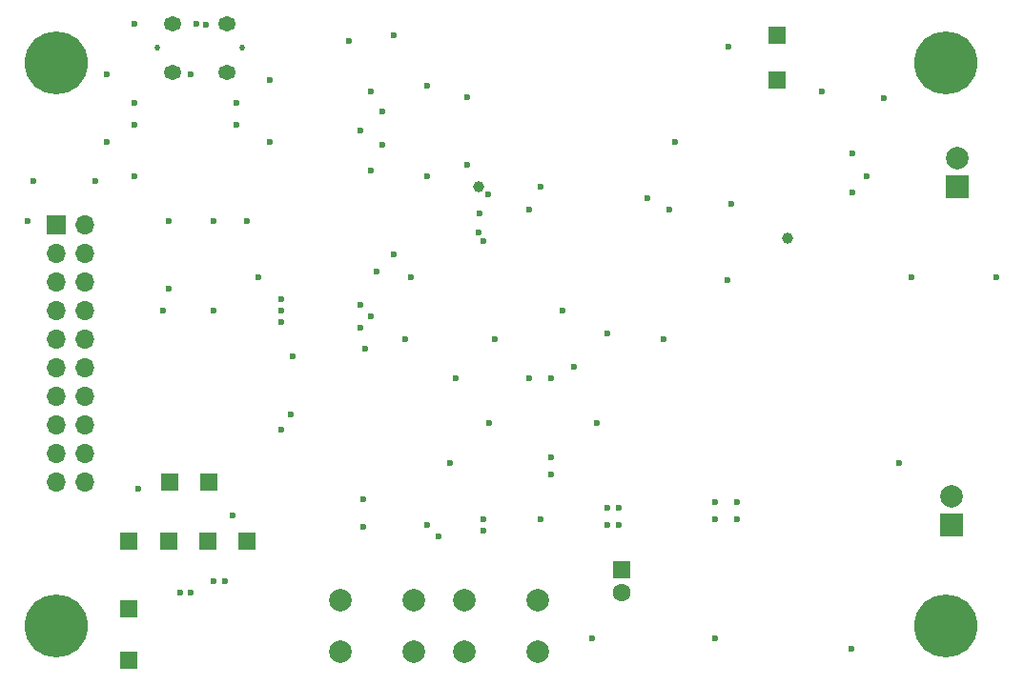
<source format=gbs>
%TF.GenerationSoftware,KiCad,Pcbnew,8.0.3*%
%TF.CreationDate,2026-02-06T01:26:45-05:00*%
%TF.ProjectId,FrostByte_IRCamera_PCB,46726f73-7442-4797-9465-5f495243616d,rev?*%
%TF.SameCoordinates,Original*%
%TF.FileFunction,Soldermask,Bot*%
%TF.FilePolarity,Negative*%
%FSLAX46Y46*%
G04 Gerber Fmt 4.6, Leading zero omitted, Abs format (unit mm)*
G04 Created by KiCad (PCBNEW 8.0.3) date 2026-02-06 01:26:45*
%MOMM*%
%LPD*%
G01*
G04 APERTURE LIST*
%ADD10R,2.000000X2.000000*%
%ADD11C,2.000000*%
%ADD12C,5.600000*%
%ADD13C,0.520000*%
%ADD14O,1.554000X1.304000*%
%ADD15R,1.600000X1.600000*%
%ADD16C,1.600000*%
%ADD17R,1.700000X1.700000*%
%ADD18O,1.700000X1.700000*%
%ADD19R,1.500000X1.500000*%
%ADD20C,0.600000*%
%ADD21C,1.000000*%
G04 APERTURE END LIST*
D10*
%TO.C,J2*%
X184600000Y-89200000D03*
D11*
X184600000Y-86660000D03*
%TD*%
D12*
%TO.C,H4*%
X183600000Y-128200000D03*
%TD*%
D13*
%TO.C,J6*%
X121100000Y-76835000D03*
X113600000Y-76835000D03*
D14*
X119750000Y-78985000D03*
X119750000Y-74685000D03*
X114950000Y-78985000D03*
X114950000Y-74685000D03*
%TD*%
D12*
%TO.C,H2*%
X183600000Y-78200000D03*
%TD*%
D15*
%TO.C,C1*%
X154800000Y-123200000D03*
D16*
X154800000Y-125200000D03*
%TD*%
D10*
%TO.C,J1*%
X184100000Y-119240000D03*
D11*
X184100000Y-116700000D03*
%TD*%
D12*
%TO.C,H1*%
X104600000Y-78200000D03*
%TD*%
D11*
%TO.C,SW2*%
X136350000Y-130450000D03*
X129850000Y-130450000D03*
X136350000Y-125950000D03*
X129850000Y-125950000D03*
%TD*%
%TO.C,SW1*%
X147350000Y-130450000D03*
X140850000Y-130450000D03*
X147350000Y-125950000D03*
X140850000Y-125950000D03*
%TD*%
D12*
%TO.C,H3*%
X104600000Y-128200000D03*
%TD*%
D17*
%TO.C,J4*%
X104600000Y-92580000D03*
D18*
X107140000Y-92580000D03*
X104600000Y-95120000D03*
X107140000Y-95120000D03*
X104600000Y-97660000D03*
X107140000Y-97660000D03*
X104600000Y-100200000D03*
X107140000Y-100200000D03*
X104600000Y-102740000D03*
X107140000Y-102740000D03*
X104600000Y-105280000D03*
X107140000Y-105280000D03*
X104600000Y-107820000D03*
X107140000Y-107820000D03*
X104600000Y-110360000D03*
X107140000Y-110360000D03*
X104600000Y-112900000D03*
X107140000Y-112900000D03*
X104600000Y-115440000D03*
X107140000Y-115440000D03*
%TD*%
D19*
%TO.C,RX*%
X168600000Y-75700000D03*
%TD*%
%TO.C,MISO*%
X111100000Y-120700000D03*
%TD*%
%TO.C,SCL*%
X111100000Y-131250000D03*
%TD*%
%TO.C,2v8*%
X114700000Y-115400000D03*
%TD*%
%TO.C,CLK*%
X121600000Y-120700000D03*
%TD*%
%TO.C,MOSI*%
X118100000Y-120700000D03*
%TD*%
%TO.C,3v3*%
X118200000Y-115400000D03*
%TD*%
%TO.C,CS*%
X114600000Y-120700000D03*
%TD*%
%TO.C,TX*%
X168600000Y-79700000D03*
%TD*%
%TO.C,SDA*%
X111100000Y-126700000D03*
%TD*%
D20*
X125500000Y-109400000D03*
X124600000Y-110800000D03*
X131900000Y-116900000D03*
X139600000Y-113700000D03*
X114600000Y-98200000D03*
X114600000Y-92200000D03*
X118600000Y-92200000D03*
X121600000Y-92200000D03*
X135600000Y-102700000D03*
X150600000Y-105200000D03*
X153600000Y-119200000D03*
X153600000Y-117700000D03*
X154600000Y-117700000D03*
X154600000Y-119200000D03*
X165100000Y-118700000D03*
X165100000Y-117200000D03*
X163100000Y-117200000D03*
X163100000Y-118700000D03*
X120300000Y-118400000D03*
X131600000Y-84200000D03*
X141100000Y-81200000D03*
X137600000Y-80200000D03*
X132600000Y-80700000D03*
X132600000Y-87700000D03*
X137600000Y-88200000D03*
X141100000Y-87200000D03*
X111600000Y-88200000D03*
X123600000Y-79700000D03*
X109100000Y-79200000D03*
X111600000Y-81700000D03*
X123600000Y-85200000D03*
X109100000Y-85200000D03*
X120600000Y-81700000D03*
X120600000Y-83700000D03*
X111600000Y-83700000D03*
X124600000Y-99200000D03*
X131600000Y-99700000D03*
X172600000Y-80700000D03*
X133100000Y-96700000D03*
X143100000Y-110200000D03*
X159100000Y-91200000D03*
X152600000Y-110200000D03*
D21*
X169600000Y-93700000D03*
X142100000Y-89200000D03*
D20*
X111600000Y-74700000D03*
X117100000Y-74700000D03*
X164600000Y-90700000D03*
X157100000Y-90200000D03*
X133600000Y-85450000D03*
X134600000Y-75700000D03*
X131600000Y-101700000D03*
X102100000Y-92200000D03*
X188100000Y-97237500D03*
X142600000Y-119737500D03*
X133600000Y-82450000D03*
X140100000Y-106200000D03*
X163175000Y-129300000D03*
X164337500Y-76700000D03*
X179500000Y-113700000D03*
X111900000Y-116000000D03*
X175200000Y-130200000D03*
X114100000Y-100200000D03*
X102600000Y-88700000D03*
X178100000Y-81317800D03*
X131900000Y-119400000D03*
X115600000Y-125200000D03*
X146600000Y-106200000D03*
X147600000Y-118700000D03*
X132600000Y-100700000D03*
X142600000Y-118700000D03*
X138600000Y-120200000D03*
X147600000Y-89200000D03*
X136100000Y-97200000D03*
X158600000Y-102700000D03*
X175337500Y-89700000D03*
X148600000Y-114700000D03*
X137600000Y-119200000D03*
X152175000Y-129300000D03*
X130600000Y-76200000D03*
X176600000Y-88200000D03*
X108100000Y-88700000D03*
X116600000Y-125200000D03*
X164262500Y-97500000D03*
X148600000Y-113200000D03*
X143600000Y-102700000D03*
X180600000Y-97237500D03*
X132100000Y-103600000D03*
X175337500Y-86200000D03*
X125600000Y-104200000D03*
X149600000Y-100200000D03*
X148600000Y-106200000D03*
X153600000Y-102200000D03*
X124600000Y-100200000D03*
X142600000Y-94000000D03*
X142980000Y-89820000D03*
X118600000Y-124200000D03*
X124600000Y-101200000D03*
X119600000Y-124200000D03*
X122600000Y-97200000D03*
X118600000Y-100200000D03*
X146600000Y-91200000D03*
X134600000Y-95200000D03*
X159600000Y-85200000D03*
X142100000Y-93200000D03*
X142224265Y-91575735D03*
X117950000Y-74739614D03*
X116600000Y-79200000D03*
M02*

</source>
